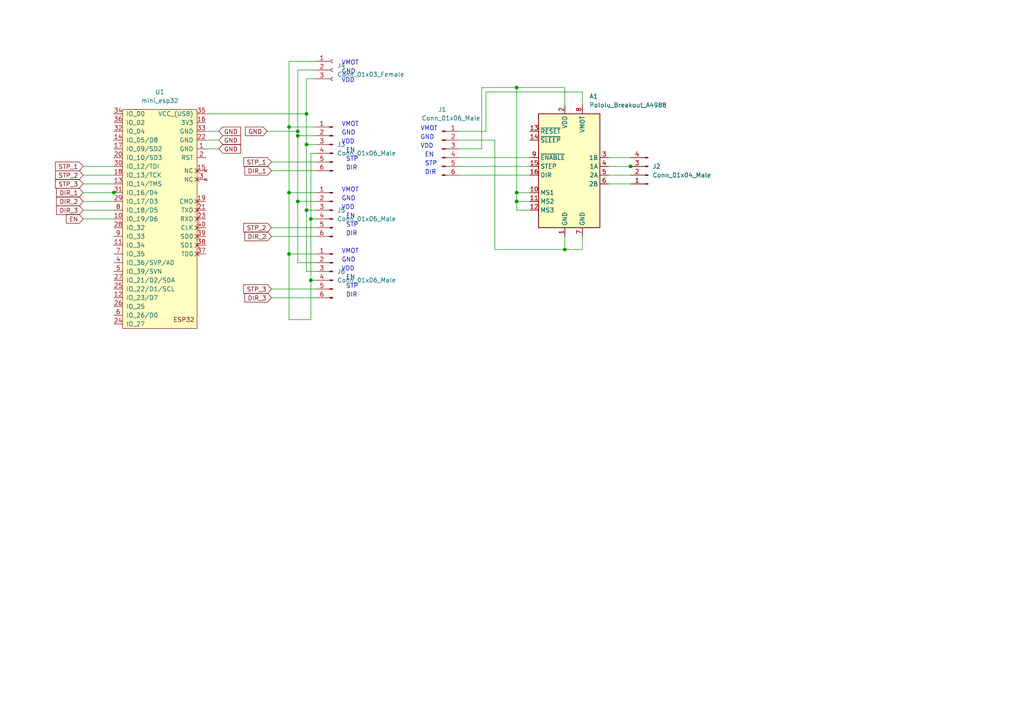
<source format=kicad_sch>
(kicad_sch (version 20211123) (generator eeschema)

  (uuid ec9b6fef-085d-40af-b50d-80b8e4637069)

  (paper "A4")

  (lib_symbols
    (symbol "Connector:Conn_01x03_Female" (pin_names (offset 1.016) hide) (in_bom yes) (on_board yes)
      (property "Reference" "J" (id 0) (at 0 5.08 0)
        (effects (font (size 1.27 1.27)))
      )
      (property "Value" "Conn_01x03_Female" (id 1) (at 0 -5.08 0)
        (effects (font (size 1.27 1.27)))
      )
      (property "Footprint" "" (id 2) (at 0 0 0)
        (effects (font (size 1.27 1.27)) hide)
      )
      (property "Datasheet" "~" (id 3) (at 0 0 0)
        (effects (font (size 1.27 1.27)) hide)
      )
      (property "ki_keywords" "connector" (id 4) (at 0 0 0)
        (effects (font (size 1.27 1.27)) hide)
      )
      (property "ki_description" "Generic connector, single row, 01x03, script generated (kicad-library-utils/schlib/autogen/connector/)" (id 5) (at 0 0 0)
        (effects (font (size 1.27 1.27)) hide)
      )
      (property "ki_fp_filters" "Connector*:*_1x??_*" (id 6) (at 0 0 0)
        (effects (font (size 1.27 1.27)) hide)
      )
      (symbol "Conn_01x03_Female_1_1"
        (arc (start 0 -2.032) (mid -0.508 -2.54) (end 0 -3.048)
          (stroke (width 0.1524) (type default) (color 0 0 0 0))
          (fill (type none))
        )
        (polyline
          (pts
            (xy -1.27 -2.54)
            (xy -0.508 -2.54)
          )
          (stroke (width 0.1524) (type default) (color 0 0 0 0))
          (fill (type none))
        )
        (polyline
          (pts
            (xy -1.27 0)
            (xy -0.508 0)
          )
          (stroke (width 0.1524) (type default) (color 0 0 0 0))
          (fill (type none))
        )
        (polyline
          (pts
            (xy -1.27 2.54)
            (xy -0.508 2.54)
          )
          (stroke (width 0.1524) (type default) (color 0 0 0 0))
          (fill (type none))
        )
        (arc (start 0 0.508) (mid -0.508 0) (end 0 -0.508)
          (stroke (width 0.1524) (type default) (color 0 0 0 0))
          (fill (type none))
        )
        (arc (start 0 3.048) (mid -0.508 2.54) (end 0 2.032)
          (stroke (width 0.1524) (type default) (color 0 0 0 0))
          (fill (type none))
        )
        (pin passive line (at -5.08 2.54 0) (length 3.81)
          (name "Pin_1" (effects (font (size 1.27 1.27))))
          (number "1" (effects (font (size 1.27 1.27))))
        )
        (pin passive line (at -5.08 0 0) (length 3.81)
          (name "Pin_2" (effects (font (size 1.27 1.27))))
          (number "2" (effects (font (size 1.27 1.27))))
        )
        (pin passive line (at -5.08 -2.54 0) (length 3.81)
          (name "Pin_3" (effects (font (size 1.27 1.27))))
          (number "3" (effects (font (size 1.27 1.27))))
        )
      )
    )
    (symbol "Connector:Conn_01x04_Male" (pin_names (offset 1.016) hide) (in_bom yes) (on_board yes)
      (property "Reference" "J" (id 0) (at 0 5.08 0)
        (effects (font (size 1.27 1.27)))
      )
      (property "Value" "Conn_01x04_Male" (id 1) (at 0 -7.62 0)
        (effects (font (size 1.27 1.27)))
      )
      (property "Footprint" "" (id 2) (at 0 0 0)
        (effects (font (size 1.27 1.27)) hide)
      )
      (property "Datasheet" "~" (id 3) (at 0 0 0)
        (effects (font (size 1.27 1.27)) hide)
      )
      (property "ki_keywords" "connector" (id 4) (at 0 0 0)
        (effects (font (size 1.27 1.27)) hide)
      )
      (property "ki_description" "Generic connector, single row, 01x04, script generated (kicad-library-utils/schlib/autogen/connector/)" (id 5) (at 0 0 0)
        (effects (font (size 1.27 1.27)) hide)
      )
      (property "ki_fp_filters" "Connector*:*_1x??_*" (id 6) (at 0 0 0)
        (effects (font (size 1.27 1.27)) hide)
      )
      (symbol "Conn_01x04_Male_1_1"
        (polyline
          (pts
            (xy 1.27 -5.08)
            (xy 0.8636 -5.08)
          )
          (stroke (width 0.1524) (type default) (color 0 0 0 0))
          (fill (type none))
        )
        (polyline
          (pts
            (xy 1.27 -2.54)
            (xy 0.8636 -2.54)
          )
          (stroke (width 0.1524) (type default) (color 0 0 0 0))
          (fill (type none))
        )
        (polyline
          (pts
            (xy 1.27 0)
            (xy 0.8636 0)
          )
          (stroke (width 0.1524) (type default) (color 0 0 0 0))
          (fill (type none))
        )
        (polyline
          (pts
            (xy 1.27 2.54)
            (xy 0.8636 2.54)
          )
          (stroke (width 0.1524) (type default) (color 0 0 0 0))
          (fill (type none))
        )
        (rectangle (start 0.8636 -4.953) (end 0 -5.207)
          (stroke (width 0.1524) (type default) (color 0 0 0 0))
          (fill (type outline))
        )
        (rectangle (start 0.8636 -2.413) (end 0 -2.667)
          (stroke (width 0.1524) (type default) (color 0 0 0 0))
          (fill (type outline))
        )
        (rectangle (start 0.8636 0.127) (end 0 -0.127)
          (stroke (width 0.1524) (type default) (color 0 0 0 0))
          (fill (type outline))
        )
        (rectangle (start 0.8636 2.667) (end 0 2.413)
          (stroke (width 0.1524) (type default) (color 0 0 0 0))
          (fill (type outline))
        )
        (pin passive line (at 5.08 2.54 180) (length 3.81)
          (name "Pin_1" (effects (font (size 1.27 1.27))))
          (number "1" (effects (font (size 1.27 1.27))))
        )
        (pin passive line (at 5.08 0 180) (length 3.81)
          (name "Pin_2" (effects (font (size 1.27 1.27))))
          (number "2" (effects (font (size 1.27 1.27))))
        )
        (pin passive line (at 5.08 -2.54 180) (length 3.81)
          (name "Pin_3" (effects (font (size 1.27 1.27))))
          (number "3" (effects (font (size 1.27 1.27))))
        )
        (pin passive line (at 5.08 -5.08 180) (length 3.81)
          (name "Pin_4" (effects (font (size 1.27 1.27))))
          (number "4" (effects (font (size 1.27 1.27))))
        )
      )
    )
    (symbol "Connector:Conn_01x06_Male" (pin_names (offset 1.016) hide) (in_bom yes) (on_board yes)
      (property "Reference" "J" (id 0) (at 0 7.62 0)
        (effects (font (size 1.27 1.27)))
      )
      (property "Value" "Conn_01x06_Male" (id 1) (at 0 -10.16 0)
        (effects (font (size 1.27 1.27)))
      )
      (property "Footprint" "" (id 2) (at 0 0 0)
        (effects (font (size 1.27 1.27)) hide)
      )
      (property "Datasheet" "~" (id 3) (at 0 0 0)
        (effects (font (size 1.27 1.27)) hide)
      )
      (property "ki_keywords" "connector" (id 4) (at 0 0 0)
        (effects (font (size 1.27 1.27)) hide)
      )
      (property "ki_description" "Generic connector, single row, 01x06, script generated (kicad-library-utils/schlib/autogen/connector/)" (id 5) (at 0 0 0)
        (effects (font (size 1.27 1.27)) hide)
      )
      (property "ki_fp_filters" "Connector*:*_1x??_*" (id 6) (at 0 0 0)
        (effects (font (size 1.27 1.27)) hide)
      )
      (symbol "Conn_01x06_Male_1_1"
        (polyline
          (pts
            (xy 1.27 -7.62)
            (xy 0.8636 -7.62)
          )
          (stroke (width 0.1524) (type default) (color 0 0 0 0))
          (fill (type none))
        )
        (polyline
          (pts
            (xy 1.27 -5.08)
            (xy 0.8636 -5.08)
          )
          (stroke (width 0.1524) (type default) (color 0 0 0 0))
          (fill (type none))
        )
        (polyline
          (pts
            (xy 1.27 -2.54)
            (xy 0.8636 -2.54)
          )
          (stroke (width 0.1524) (type default) (color 0 0 0 0))
          (fill (type none))
        )
        (polyline
          (pts
            (xy 1.27 0)
            (xy 0.8636 0)
          )
          (stroke (width 0.1524) (type default) (color 0 0 0 0))
          (fill (type none))
        )
        (polyline
          (pts
            (xy 1.27 2.54)
            (xy 0.8636 2.54)
          )
          (stroke (width 0.1524) (type default) (color 0 0 0 0))
          (fill (type none))
        )
        (polyline
          (pts
            (xy 1.27 5.08)
            (xy 0.8636 5.08)
          )
          (stroke (width 0.1524) (type default) (color 0 0 0 0))
          (fill (type none))
        )
        (rectangle (start 0.8636 -7.493) (end 0 -7.747)
          (stroke (width 0.1524) (type default) (color 0 0 0 0))
          (fill (type outline))
        )
        (rectangle (start 0.8636 -4.953) (end 0 -5.207)
          (stroke (width 0.1524) (type default) (color 0 0 0 0))
          (fill (type outline))
        )
        (rectangle (start 0.8636 -2.413) (end 0 -2.667)
          (stroke (width 0.1524) (type default) (color 0 0 0 0))
          (fill (type outline))
        )
        (rectangle (start 0.8636 0.127) (end 0 -0.127)
          (stroke (width 0.1524) (type default) (color 0 0 0 0))
          (fill (type outline))
        )
        (rectangle (start 0.8636 2.667) (end 0 2.413)
          (stroke (width 0.1524) (type default) (color 0 0 0 0))
          (fill (type outline))
        )
        (rectangle (start 0.8636 5.207) (end 0 4.953)
          (stroke (width 0.1524) (type default) (color 0 0 0 0))
          (fill (type outline))
        )
        (pin passive line (at 5.08 5.08 180) (length 3.81)
          (name "Pin_1" (effects (font (size 1.27 1.27))))
          (number "1" (effects (font (size 1.27 1.27))))
        )
        (pin passive line (at 5.08 2.54 180) (length 3.81)
          (name "Pin_2" (effects (font (size 1.27 1.27))))
          (number "2" (effects (font (size 1.27 1.27))))
        )
        (pin passive line (at 5.08 0 180) (length 3.81)
          (name "Pin_3" (effects (font (size 1.27 1.27))))
          (number "3" (effects (font (size 1.27 1.27))))
        )
        (pin passive line (at 5.08 -2.54 180) (length 3.81)
          (name "Pin_4" (effects (font (size 1.27 1.27))))
          (number "4" (effects (font (size 1.27 1.27))))
        )
        (pin passive line (at 5.08 -5.08 180) (length 3.81)
          (name "Pin_5" (effects (font (size 1.27 1.27))))
          (number "5" (effects (font (size 1.27 1.27))))
        )
        (pin passive line (at 5.08 -7.62 180) (length 3.81)
          (name "Pin_6" (effects (font (size 1.27 1.27))))
          (number "6" (effects (font (size 1.27 1.27))))
        )
      )
    )
    (symbol "Driver_Motor:Pololu_Breakout_A4988" (in_bom yes) (on_board yes)
      (property "Reference" "A" (id 0) (at -2.54 19.05 0)
        (effects (font (size 1.27 1.27)) (justify right))
      )
      (property "Value" "Pololu_Breakout_A4988" (id 1) (at -2.54 16.51 0)
        (effects (font (size 1.27 1.27)) (justify right))
      )
      (property "Footprint" "Module:Pololu_Breakout-16_15.2x20.3mm" (id 2) (at 6.985 -19.05 0)
        (effects (font (size 1.27 1.27)) (justify left) hide)
      )
      (property "Datasheet" "https://www.pololu.com/product/2980/pictures" (id 3) (at 2.54 -7.62 0)
        (effects (font (size 1.27 1.27)) hide)
      )
      (property "ki_keywords" "Pololu Breakout Board Stepper Driver A4988" (id 4) (at 0 0 0)
        (effects (font (size 1.27 1.27)) hide)
      )
      (property "ki_description" "Pololu Breakout Board, Stepper Driver A4988" (id 5) (at 0 0 0)
        (effects (font (size 1.27 1.27)) hide)
      )
      (property "ki_fp_filters" "Pololu*Breakout*15.2x20.3mm*" (id 6) (at 0 0 0)
        (effects (font (size 1.27 1.27)) hide)
      )
      (symbol "Pololu_Breakout_A4988_0_1"
        (rectangle (start 10.16 -17.78) (end -7.62 15.24)
          (stroke (width 0.254) (type default) (color 0 0 0 0))
          (fill (type background))
        )
      )
      (symbol "Pololu_Breakout_A4988_1_1"
        (pin power_in line (at 0 -20.32 90) (length 2.54)
          (name "GND" (effects (font (size 1.27 1.27))))
          (number "1" (effects (font (size 1.27 1.27))))
        )
        (pin input line (at -10.16 -7.62 0) (length 2.54)
          (name "MS1" (effects (font (size 1.27 1.27))))
          (number "10" (effects (font (size 1.27 1.27))))
        )
        (pin input line (at -10.16 -10.16 0) (length 2.54)
          (name "MS2" (effects (font (size 1.27 1.27))))
          (number "11" (effects (font (size 1.27 1.27))))
        )
        (pin input line (at -10.16 -12.7 0) (length 2.54)
          (name "MS3" (effects (font (size 1.27 1.27))))
          (number "12" (effects (font (size 1.27 1.27))))
        )
        (pin input line (at -10.16 10.16 0) (length 2.54)
          (name "~{RESET}" (effects (font (size 1.27 1.27))))
          (number "13" (effects (font (size 1.27 1.27))))
        )
        (pin input line (at -10.16 7.62 0) (length 2.54)
          (name "~{SLEEP}" (effects (font (size 1.27 1.27))))
          (number "14" (effects (font (size 1.27 1.27))))
        )
        (pin input line (at -10.16 0 0) (length 2.54)
          (name "STEP" (effects (font (size 1.27 1.27))))
          (number "15" (effects (font (size 1.27 1.27))))
        )
        (pin input line (at -10.16 -2.54 0) (length 2.54)
          (name "DIR" (effects (font (size 1.27 1.27))))
          (number "16" (effects (font (size 1.27 1.27))))
        )
        (pin power_in line (at 0 17.78 270) (length 2.54)
          (name "VDD" (effects (font (size 1.27 1.27))))
          (number "2" (effects (font (size 1.27 1.27))))
        )
        (pin output line (at 12.7 2.54 180) (length 2.54)
          (name "1B" (effects (font (size 1.27 1.27))))
          (number "3" (effects (font (size 1.27 1.27))))
        )
        (pin output line (at 12.7 0 180) (length 2.54)
          (name "1A" (effects (font (size 1.27 1.27))))
          (number "4" (effects (font (size 1.27 1.27))))
        )
        (pin output line (at 12.7 -2.54 180) (length 2.54)
          (name "2A" (effects (font (size 1.27 1.27))))
          (number "5" (effects (font (size 1.27 1.27))))
        )
        (pin output line (at 12.7 -5.08 180) (length 2.54)
          (name "2B" (effects (font (size 1.27 1.27))))
          (number "6" (effects (font (size 1.27 1.27))))
        )
        (pin power_in line (at 5.08 -20.32 90) (length 2.54)
          (name "GND" (effects (font (size 1.27 1.27))))
          (number "7" (effects (font (size 1.27 1.27))))
        )
        (pin power_in line (at 5.08 17.78 270) (length 2.54)
          (name "VMOT" (effects (font (size 1.27 1.27))))
          (number "8" (effects (font (size 1.27 1.27))))
        )
        (pin input line (at -10.16 2.54 0) (length 2.54)
          (name "~{ENABLE}" (effects (font (size 1.27 1.27))))
          (number "9" (effects (font (size 1.27 1.27))))
        )
      )
    )
    (symbol "ESP32_mini:mini_esp32" (pin_names (offset 1.016)) (in_bom yes) (on_board yes)
      (property "Reference" "U" (id 0) (at -7.62 -50.8 0)
        (effects (font (size 1.27 1.27)))
      )
      (property "Value" "mini_esp32" (id 1) (at 5.08 -59.69 0)
        (effects (font (size 1.27 1.27)))
      )
      (property "Footprint" "" (id 2) (at 3.81 2.54 0)
        (effects (font (size 1.27 1.27)) hide)
      )
      (property "Datasheet" "" (id 3) (at 3.81 2.54 0)
        (effects (font (size 1.27 1.27)) hide)
      )
      (symbol "mini_esp32_0_0"
        (text "ESP32" (at 7.62 -62.23 0)
          (effects (font (size 1.27 1.27)))
        )
        (pin power_in line (at 13.97 -12.7 180) (length 2.54)
          (name "GND" (effects (font (size 1.27 1.27))))
          (number "1" (effects (font (size 1.27 1.27))))
        )
        (pin input line (at 13.97 -15.24 180) (length 2.54)
          (name "RST" (effects (font (size 1.27 1.27))))
          (number "2" (effects (font (size 1.27 1.27))))
        )
        (pin no_connect non_logic (at 13.97 -21.59 180) (length 2.54)
          (name "NC" (effects (font (size 1.27 1.27))))
          (number "3" (effects (font (size 1.27 1.27))))
        )
        (pin bidirectional line (at -12.7 -45.72 0) (length 2.54)
          (name "IO_36/SVP/A0" (effects (font (size 1.27 1.27))))
          (number "4" (effects (font (size 1.27 1.27))))
        )
        (pin bidirectional line (at -12.7 -48.26 0) (length 2.54)
          (name "IO_39/SVN" (effects (font (size 1.27 1.27))))
          (number "5" (effects (font (size 1.27 1.27))))
        )
      )
      (symbol "mini_esp32_0_1"
        (rectangle (start -10.16 -1.27) (end 11.43 -64.77)
          (stroke (width 0) (type default) (color 0 0 0 0))
          (fill (type background))
        )
      )
      (symbol "mini_esp32_1_1"
        (pin bidirectional line (at -12.7 -33.02 0) (length 2.54)
          (name "IO_19/D6" (effects (font (size 1.27 1.27))))
          (number "10" (effects (font (size 1.27 1.27))))
        )
        (pin bidirectional line (at -12.7 -40.64 0) (length 2.54)
          (name "IO_34" (effects (font (size 1.27 1.27))))
          (number "11" (effects (font (size 1.27 1.27))))
        )
        (pin bidirectional line (at -12.7 -55.88 0) (length 2.54)
          (name "IO_23/D7" (effects (font (size 1.27 1.27))))
          (number "12" (effects (font (size 1.27 1.27))))
        )
        (pin bidirectional line (at -12.7 -22.86 0) (length 2.54)
          (name "IO_14/TMS" (effects (font (size 1.27 1.27))))
          (number "13" (effects (font (size 1.27 1.27))))
        )
        (pin bidirectional line (at -12.7 -10.16 0) (length 2.54)
          (name "IO_05/D8" (effects (font (size 1.27 1.27))))
          (number "14" (effects (font (size 1.27 1.27))))
        )
        (pin no_connect non_logic (at 13.97 -19.05 180) (length 2.54)
          (name "NC" (effects (font (size 1.27 1.27))))
          (number "15" (effects (font (size 1.27 1.27))))
        )
        (pin power_in line (at 13.97 -5.08 180) (length 2.54)
          (name "3V3" (effects (font (size 1.27 1.27))))
          (number "16" (effects (font (size 1.27 1.27))))
        )
        (pin bidirectional line (at -12.7 -12.7 0) (length 2.54)
          (name "IO_09/SD2" (effects (font (size 1.27 1.27))))
          (number "17" (effects (font (size 1.27 1.27))))
        )
        (pin bidirectional line (at -12.7 -20.32 0) (length 2.54)
          (name "IO_13/TCK" (effects (font (size 1.27 1.27))))
          (number "18" (effects (font (size 1.27 1.27))))
        )
        (pin passive non_logic (at 13.97 -27.94 180) (length 2.54)
          (name "CMD" (effects (font (size 1.27 1.27))))
          (number "19" (effects (font (size 1.27 1.27))))
        )
        (pin bidirectional line (at -12.7 -15.24 0) (length 2.54)
          (name "IO_10/SD3" (effects (font (size 1.27 1.27))))
          (number "20" (effects (font (size 1.27 1.27))))
        )
        (pin passive non_logic (at 13.97 -30.48 180) (length 2.54)
          (name "TXD" (effects (font (size 1.27 1.27))))
          (number "21" (effects (font (size 1.27 1.27))))
        )
        (pin power_in line (at 13.97 -10.16 180) (length 2.54)
          (name "GND" (effects (font (size 1.27 1.27))))
          (number "22" (effects (font (size 1.27 1.27))))
        )
        (pin passive non_logic (at 13.97 -33.02 180) (length 2.54)
          (name "RXD" (effects (font (size 1.27 1.27))))
          (number "23" (effects (font (size 1.27 1.27))))
        )
        (pin bidirectional line (at -12.7 -63.5 0) (length 2.54)
          (name "IO_27" (effects (font (size 1.27 1.27))))
          (number "24" (effects (font (size 1.27 1.27))))
        )
        (pin bidirectional line (at -12.7 -53.34 0) (length 2.54)
          (name "IO_22/D1/SCL" (effects (font (size 1.27 1.27))))
          (number "25" (effects (font (size 1.27 1.27))))
        )
        (pin bidirectional line (at -12.7 -58.42 0) (length 2.54)
          (name "IO_25" (effects (font (size 1.27 1.27))))
          (number "26" (effects (font (size 1.27 1.27))))
        )
        (pin bidirectional line (at -12.7 -50.8 0) (length 2.54)
          (name "IO_21/D2/SDA" (effects (font (size 1.27 1.27))))
          (number "27" (effects (font (size 1.27 1.27))))
        )
        (pin bidirectional line (at -12.7 -35.56 0) (length 2.54)
          (name "IO_32" (effects (font (size 1.27 1.27))))
          (number "28" (effects (font (size 1.27 1.27))))
        )
        (pin bidirectional line (at -12.7 -27.94 0) (length 2.54)
          (name "IO_17/D3" (effects (font (size 1.27 1.27))))
          (number "29" (effects (font (size 1.27 1.27))))
        )
        (pin bidirectional line (at -12.7 -17.78 0) (length 2.54)
          (name "IO_12/TDI" (effects (font (size 1.27 1.27))))
          (number "30" (effects (font (size 1.27 1.27))))
        )
        (pin bidirectional line (at -12.7 -25.4 0) (length 2.54)
          (name "IO_16/D4" (effects (font (size 1.27 1.27))))
          (number "31" (effects (font (size 1.27 1.27))))
        )
        (pin bidirectional line (at -12.7 -7.62 0) (length 2.54)
          (name "IO_04" (effects (font (size 1.27 1.27))))
          (number "32" (effects (font (size 1.27 1.27))))
        )
        (pin power_in line (at 13.97 -7.62 180) (length 2.54)
          (name "GND" (effects (font (size 1.27 1.27))))
          (number "33" (effects (font (size 1.27 1.27))))
        )
        (pin bidirectional line (at -12.7 -2.54 0) (length 2.54)
          (name "IO_00" (effects (font (size 1.27 1.27))))
          (number "34" (effects (font (size 1.27 1.27))))
        )
        (pin power_in line (at 13.97 -2.54 180) (length 2.54)
          (name "VCC_(USB)" (effects (font (size 1.27 1.27))))
          (number "35" (effects (font (size 1.27 1.27))))
        )
        (pin bidirectional line (at -12.7 -5.08 0) (length 2.54)
          (name "IO_02" (effects (font (size 1.27 1.27))))
          (number "36" (effects (font (size 1.27 1.27))))
        )
        (pin passive non_logic (at 13.97 -43.18 180) (length 2.54)
          (name "TD0" (effects (font (size 1.27 1.27))))
          (number "37" (effects (font (size 1.27 1.27))))
        )
        (pin passive non_logic (at 13.97 -40.64 180) (length 2.54)
          (name "SD1" (effects (font (size 1.27 1.27))))
          (number "38" (effects (font (size 1.27 1.27))))
        )
        (pin passive non_logic (at 13.97 -38.1 180) (length 2.54)
          (name "SD0" (effects (font (size 1.27 1.27))))
          (number "39" (effects (font (size 1.27 1.27))))
        )
        (pin passive non_logic (at 13.97 -35.56 180) (length 2.54)
          (name "CLK" (effects (font (size 1.27 1.27))))
          (number "40" (effects (font (size 1.27 1.27))))
        )
        (pin bidirectional line (at -12.7 -60.96 0) (length 2.54)
          (name "IO_26/D0" (effects (font (size 1.27 1.27))))
          (number "6" (effects (font (size 1.27 1.27))))
        )
        (pin bidirectional line (at -12.7 -43.18 0) (length 2.54)
          (name "IO_35" (effects (font (size 1.27 1.27))))
          (number "7" (effects (font (size 1.27 1.27))))
        )
        (pin bidirectional line (at -12.7 -30.48 0) (length 2.54)
          (name "IO_18/D5" (effects (font (size 1.27 1.27))))
          (number "8" (effects (font (size 1.27 1.27))))
        )
        (pin bidirectional line (at -12.7 -38.1 0) (length 2.54)
          (name "IO_33" (effects (font (size 1.27 1.27))))
          (number "9" (effects (font (size 1.27 1.27))))
        )
      )
    )
  )

  (junction (at 88.9 60.96) (diameter 0) (color 0 0 0 0)
    (uuid 072d1212-3a54-407d-991a-ee3f3f249fb7)
  )
  (junction (at 90.17 63.5) (diameter 0) (color 0 0 0 0)
    (uuid 0d60e204-d9fa-4e28-bcbd-6cf47f76d629)
  )
  (junction (at 83.82 73.66) (diameter 0) (color 0 0 0 0)
    (uuid 16cb88f9-5e07-42fe-b0a2-9e70a2f196b8)
  )
  (junction (at 86.36 39.37) (diameter 0) (color 0 0 0 0)
    (uuid 1bc7526b-f612-4cc2-bb92-560db3c716ba)
  )
  (junction (at 86.36 38.1) (diameter 0) (color 0 0 0 0)
    (uuid 32f1c4f0-bea1-494c-a22f-582552c51767)
  )
  (junction (at 182.88 48.26) (diameter 0) (color 0 0 0 0)
    (uuid 33b00c2f-c4cb-497d-b7cb-e329687994e5)
  )
  (junction (at 88.9 41.91) (diameter 0) (color 0 0 0 0)
    (uuid 411cf802-5e15-4d5d-a8ff-1d25895f77c3)
  )
  (junction (at 83.82 36.83) (diameter 0) (color 0 0 0 0)
    (uuid 66c5bbaf-9236-4a54-a57a-f2affe6f3e65)
  )
  (junction (at 88.9 33.02) (diameter 0) (color 0 0 0 0)
    (uuid 7bd8bd1f-126a-4c8a-ac10-ac30c753591b)
  )
  (junction (at 163.83 72.39) (diameter 0) (color 0 0 0 0)
    (uuid 7d4cc9bb-f296-4cd6-bc1b-7f2311b06c35)
  )
  (junction (at 90.17 81.28) (diameter 0) (color 0 0 0 0)
    (uuid b476715f-cc57-4130-a5cd-755f3641ef0b)
  )
  (junction (at 149.86 58.42) (diameter 0) (color 0 0 0 0)
    (uuid cd08e01f-9f48-4dca-ab75-0432e8615b78)
  )
  (junction (at 86.36 58.42) (diameter 0) (color 0 0 0 0)
    (uuid e86549b6-0a26-429a-ade3-ce35236ca0bc)
  )
  (junction (at 33.02 55.88) (diameter 0) (color 0 0 0 0)
    (uuid ee7f979d-61bd-423b-aa49-728b238359d5)
  )
  (junction (at 83.82 55.88) (diameter 0) (color 0 0 0 0)
    (uuid fd43ca29-aada-4b4f-bfc6-7b1341c5ff9b)
  )
  (junction (at 149.86 25.4) (diameter 0) (color 0 0 0 0)
    (uuid fea3e529-b745-4526-9774-d3bd58014094)
  )
  (junction (at 149.86 55.88) (diameter 0) (color 0 0 0 0)
    (uuid ff45978d-189b-46c4-ae0c-e088ba006e97)
  )

  (wire (pts (xy 86.36 20.32) (xy 86.36 38.1))
    (stroke (width 0) (type default) (color 0 0 0 0))
    (uuid 02761a18-d102-4152-8306-17f30b4ea4bf)
  )
  (wire (pts (xy 91.44 76.2) (xy 86.36 76.2))
    (stroke (width 0) (type default) (color 0 0 0 0))
    (uuid 0488f0ac-7795-468d-8ff7-2855d77a1ce0)
  )
  (wire (pts (xy 149.86 55.88) (xy 153.67 55.88))
    (stroke (width 0) (type default) (color 0 0 0 0))
    (uuid 09596797-d166-4d72-9c16-82e3511c0545)
  )
  (wire (pts (xy 153.67 50.8) (xy 133.35 50.8))
    (stroke (width 0) (type default) (color 0 0 0 0))
    (uuid 0ca09101-3362-4716-9f71-acf8afbfbb57)
  )
  (wire (pts (xy 24.13 48.26) (xy 33.02 48.26))
    (stroke (width 0) (type default) (color 0 0 0 0))
    (uuid 0d0fb78e-39bc-45d0-bc9a-5a29a61ceb88)
  )
  (wire (pts (xy 24.13 60.96) (xy 33.02 60.96))
    (stroke (width 0) (type default) (color 0 0 0 0))
    (uuid 0f4b0d53-ac83-4f5d-807f-18ded6e8a592)
  )
  (wire (pts (xy 168.91 68.58) (xy 168.91 72.39))
    (stroke (width 0) (type default) (color 0 0 0 0))
    (uuid 118a4aff-5809-464e-b305-e23b09d11d71)
  )
  (wire (pts (xy 91.44 20.32) (xy 86.36 20.32))
    (stroke (width 0) (type default) (color 0 0 0 0))
    (uuid 11c936ec-bfaa-4303-a86d-18ceb28ff980)
  )
  (wire (pts (xy 139.7 25.4) (xy 139.7 43.18))
    (stroke (width 0) (type default) (color 0 0 0 0))
    (uuid 16cd376e-04a4-4b12-96c6-12227136e9f2)
  )
  (wire (pts (xy 78.74 46.99) (xy 91.44 46.99))
    (stroke (width 0) (type default) (color 0 0 0 0))
    (uuid 1b793894-2bb6-4406-b9ff-16165a9bc891)
  )
  (wire (pts (xy 24.13 53.34) (xy 33.02 53.34))
    (stroke (width 0) (type default) (color 0 0 0 0))
    (uuid 2389da1d-fad7-400f-a0c1-55b3861000e8)
  )
  (wire (pts (xy 77.47 38.1) (xy 86.36 38.1))
    (stroke (width 0) (type default) (color 0 0 0 0))
    (uuid 23b9731b-beda-4cd4-8d71-55fa9cc2eff7)
  )
  (wire (pts (xy 91.44 55.88) (xy 83.82 55.88))
    (stroke (width 0) (type default) (color 0 0 0 0))
    (uuid 25d80349-a50a-4c1f-b1ad-a3dd6bfedc36)
  )
  (wire (pts (xy 88.9 78.74) (xy 88.9 60.96))
    (stroke (width 0) (type default) (color 0 0 0 0))
    (uuid 2a61d90b-6fc6-46c0-971b-3165a59e2ae2)
  )
  (wire (pts (xy 149.86 58.42) (xy 153.67 58.42))
    (stroke (width 0) (type default) (color 0 0 0 0))
    (uuid 2c62a074-6a6a-4f6b-a462-ccb8910751bd)
  )
  (wire (pts (xy 78.74 66.04) (xy 91.44 66.04))
    (stroke (width 0) (type default) (color 0 0 0 0))
    (uuid 34c97622-3dff-4a40-804c-1e6c909e3285)
  )
  (wire (pts (xy 59.69 38.1) (xy 63.5 38.1))
    (stroke (width 0) (type default) (color 0 0 0 0))
    (uuid 38d501c8-61c1-40a4-a96f-15dd6c51ff1b)
  )
  (wire (pts (xy 24.13 63.5) (xy 33.02 63.5))
    (stroke (width 0) (type default) (color 0 0 0 0))
    (uuid 39b2affc-c8f9-47ea-bdb1-75e277d484cc)
  )
  (wire (pts (xy 24.13 50.8) (xy 33.02 50.8))
    (stroke (width 0) (type default) (color 0 0 0 0))
    (uuid 43252fe1-1a1c-43fd-8f9a-63360f71d7c3)
  )
  (wire (pts (xy 149.86 25.4) (xy 149.86 55.88))
    (stroke (width 0) (type default) (color 0 0 0 0))
    (uuid 454aecc4-9377-47d6-95dc-e652eac5bcbe)
  )
  (wire (pts (xy 168.91 30.48) (xy 168.91 26.67))
    (stroke (width 0) (type default) (color 0 0 0 0))
    (uuid 4a19feaf-293e-45f4-8592-93d51bca12ad)
  )
  (wire (pts (xy 176.53 50.8) (xy 182.88 50.8))
    (stroke (width 0) (type default) (color 0 0 0 0))
    (uuid 56cc647b-af95-4cd3-af3a-b241255fe262)
  )
  (wire (pts (xy 83.82 17.78) (xy 83.82 36.83))
    (stroke (width 0) (type default) (color 0 0 0 0))
    (uuid 56ece04a-740f-4d28-9ae9-f11e2c773cdc)
  )
  (wire (pts (xy 182.88 48.26) (xy 184.15 48.26))
    (stroke (width 0) (type default) (color 0 0 0 0))
    (uuid 580e15fe-38e1-421e-a094-3c449ce4e73e)
  )
  (wire (pts (xy 88.9 22.86) (xy 88.9 33.02))
    (stroke (width 0) (type default) (color 0 0 0 0))
    (uuid 5f767106-4d62-4f24-aa2d-b9dd5c1a0497)
  )
  (wire (pts (xy 153.67 60.96) (xy 149.86 60.96))
    (stroke (width 0) (type default) (color 0 0 0 0))
    (uuid 64cbb22d-811f-43c6-8392-d57a9fab72c3)
  )
  (wire (pts (xy 90.17 63.5) (xy 91.44 63.5))
    (stroke (width 0) (type default) (color 0 0 0 0))
    (uuid 657ab044-fb2e-48de-b855-5e53c0a83df4)
  )
  (wire (pts (xy 88.9 33.02) (xy 88.9 41.91))
    (stroke (width 0) (type default) (color 0 0 0 0))
    (uuid 666348b0-43b7-4f66-8112-c51700e85197)
  )
  (wire (pts (xy 24.13 58.42) (xy 33.02 58.42))
    (stroke (width 0) (type default) (color 0 0 0 0))
    (uuid 69bd8d91-be28-4261-a8a5-80efdf230711)
  )
  (wire (pts (xy 78.74 68.58) (xy 91.44 68.58))
    (stroke (width 0) (type default) (color 0 0 0 0))
    (uuid 6c9bcea6-e4e7-44a5-81a8-aa2a97b5b204)
  )
  (wire (pts (xy 91.44 73.66) (xy 83.82 73.66))
    (stroke (width 0) (type default) (color 0 0 0 0))
    (uuid 6ca21a62-b976-40c2-8d81-a971a823c5a8)
  )
  (wire (pts (xy 83.82 92.71) (xy 83.82 73.66))
    (stroke (width 0) (type default) (color 0 0 0 0))
    (uuid 6ea4cbdf-2bf7-4e6b-894e-9acdb4a77163)
  )
  (wire (pts (xy 90.17 44.45) (xy 90.17 63.5))
    (stroke (width 0) (type default) (color 0 0 0 0))
    (uuid 6eedc6ea-6899-4ec9-9b61-3a3a1ca179d1)
  )
  (wire (pts (xy 163.83 25.4) (xy 163.83 30.48))
    (stroke (width 0) (type default) (color 0 0 0 0))
    (uuid 718f451e-3277-4f03-a9b6-38427b2df2e7)
  )
  (wire (pts (xy 143.51 40.64) (xy 143.51 72.39))
    (stroke (width 0) (type default) (color 0 0 0 0))
    (uuid 729810a7-6732-4e0e-95ed-2ddaaf363f49)
  )
  (wire (pts (xy 78.74 86.36) (xy 91.44 86.36))
    (stroke (width 0) (type default) (color 0 0 0 0))
    (uuid 74dfc4c3-f8ff-44ac-a8ef-139709ae52ba)
  )
  (wire (pts (xy 78.74 49.53) (xy 91.44 49.53))
    (stroke (width 0) (type default) (color 0 0 0 0))
    (uuid 75331db1-8379-4f5b-9552-46378f467d39)
  )
  (wire (pts (xy 168.91 72.39) (xy 163.83 72.39))
    (stroke (width 0) (type default) (color 0 0 0 0))
    (uuid 7691886c-5c7a-4456-a796-16dd55b84c70)
  )
  (wire (pts (xy 133.35 48.26) (xy 153.67 48.26))
    (stroke (width 0) (type default) (color 0 0 0 0))
    (uuid 76bf2261-679b-429f-a83b-1503b628c1b6)
  )
  (wire (pts (xy 149.86 25.4) (xy 163.83 25.4))
    (stroke (width 0) (type default) (color 0 0 0 0))
    (uuid 770d0a59-6c74-4873-9b67-7f84cea24f4d)
  )
  (wire (pts (xy 133.35 45.72) (xy 153.67 45.72))
    (stroke (width 0) (type default) (color 0 0 0 0))
    (uuid 773b116b-0508-4c02-acaf-4ad32bf5e9b1)
  )
  (wire (pts (xy 91.44 81.28) (xy 90.17 81.28))
    (stroke (width 0) (type default) (color 0 0 0 0))
    (uuid 7b58095e-a15d-4dfa-84dd-8016b1b00b36)
  )
  (wire (pts (xy 91.44 17.78) (xy 83.82 17.78))
    (stroke (width 0) (type default) (color 0 0 0 0))
    (uuid 7e8f8597-9883-4de9-98c9-45177878a9c4)
  )
  (wire (pts (xy 86.36 76.2) (xy 86.36 58.42))
    (stroke (width 0) (type default) (color 0 0 0 0))
    (uuid 7f8e328d-2864-45ed-9bd6-f0b91a46fac6)
  )
  (wire (pts (xy 78.74 83.82) (xy 91.44 83.82))
    (stroke (width 0) (type default) (color 0 0 0 0))
    (uuid 837b5051-6fc8-434a-9b70-8a9fe01fb1d3)
  )
  (wire (pts (xy 133.35 43.18) (xy 139.7 43.18))
    (stroke (width 0) (type default) (color 0 0 0 0))
    (uuid 83f41c78-6259-4160-a5f8-174ecbc7b2db)
  )
  (wire (pts (xy 91.44 78.74) (xy 88.9 78.74))
    (stroke (width 0) (type default) (color 0 0 0 0))
    (uuid 895a9dda-2e7c-4592-9f2a-969b13f1e4cf)
  )
  (wire (pts (xy 88.9 60.96) (xy 88.9 41.91))
    (stroke (width 0) (type default) (color 0 0 0 0))
    (uuid 8d83b26a-3353-4d9e-bc01-34a855a99418)
  )
  (wire (pts (xy 90.17 92.71) (xy 90.17 81.28))
    (stroke (width 0) (type default) (color 0 0 0 0))
    (uuid 9066d3b9-f852-4ff6-a838-4d641de0e723)
  )
  (wire (pts (xy 143.51 72.39) (xy 163.83 72.39))
    (stroke (width 0) (type default) (color 0 0 0 0))
    (uuid 9180fa3f-4617-4d4e-8bef-de3b3b840912)
  )
  (wire (pts (xy 140.97 26.67) (xy 140.97 38.1))
    (stroke (width 0) (type default) (color 0 0 0 0))
    (uuid 955fd8d3-59b3-4383-8d84-67c28988e72d)
  )
  (wire (pts (xy 83.82 55.88) (xy 83.82 73.66))
    (stroke (width 0) (type default) (color 0 0 0 0))
    (uuid 958ea2ed-1216-4ddd-b206-1bd2b8752801)
  )
  (wire (pts (xy 24.13 55.88) (xy 33.02 55.88))
    (stroke (width 0) (type default) (color 0 0 0 0))
    (uuid 9c2707c7-a973-45a3-893f-de471e6e4552)
  )
  (wire (pts (xy 133.35 40.64) (xy 143.51 40.64))
    (stroke (width 0) (type default) (color 0 0 0 0))
    (uuid 9ef9d527-1e39-4fb9-a454-0693ccb8c486)
  )
  (wire (pts (xy 88.9 41.91) (xy 91.44 41.91))
    (stroke (width 0) (type default) (color 0 0 0 0))
    (uuid 9fd883b0-75aa-4459-b615-812fe32e59bb)
  )
  (wire (pts (xy 59.69 40.64) (xy 63.5 40.64))
    (stroke (width 0) (type default) (color 0 0 0 0))
    (uuid a07d44c3-b5bd-49d9-bdf5-ed162711ed53)
  )
  (wire (pts (xy 59.69 43.18) (xy 63.5 43.18))
    (stroke (width 0) (type default) (color 0 0 0 0))
    (uuid a7dc7535-a270-4303-ac72-d0bdcedea21d)
  )
  (wire (pts (xy 91.44 44.45) (xy 90.17 44.45))
    (stroke (width 0) (type default) (color 0 0 0 0))
    (uuid a96fbb01-7a0b-40e3-8daa-c4ba0000404f)
  )
  (wire (pts (xy 168.91 26.67) (xy 140.97 26.67))
    (stroke (width 0) (type default) (color 0 0 0 0))
    (uuid acdeac37-d0d4-42c8-ad6b-5bb8d481e0b6)
  )
  (wire (pts (xy 176.53 45.72) (xy 182.88 45.72))
    (stroke (width 0) (type default) (color 0 0 0 0))
    (uuid b1505178-62d2-4d69-88ca-4f0742d8c5a2)
  )
  (wire (pts (xy 139.7 25.4) (xy 149.86 25.4))
    (stroke (width 0) (type default) (color 0 0 0 0))
    (uuid b52ec6a2-b836-4883-a98f-1ccca3f927e4)
  )
  (wire (pts (xy 86.36 58.42) (xy 91.44 58.42))
    (stroke (width 0) (type default) (color 0 0 0 0))
    (uuid b5ca0ad5-e1f4-4de5-8781-28a882ff4b1a)
  )
  (wire (pts (xy 163.83 72.39) (xy 163.83 68.58))
    (stroke (width 0) (type default) (color 0 0 0 0))
    (uuid b677ded2-3fdf-472b-a265-c2a3e175c7ee)
  )
  (wire (pts (xy 91.44 22.86) (xy 88.9 22.86))
    (stroke (width 0) (type default) (color 0 0 0 0))
    (uuid b96befdd-b750-4b4f-b6d6-d2136194962e)
  )
  (wire (pts (xy 90.17 63.5) (xy 90.17 81.28))
    (stroke (width 0) (type default) (color 0 0 0 0))
    (uuid bad9eaa2-bf30-48c5-9d69-49975dfd1c80)
  )
  (wire (pts (xy 91.44 39.37) (xy 86.36 39.37))
    (stroke (width 0) (type default) (color 0 0 0 0))
    (uuid bbaa0643-77dc-4cec-8920-1ac47f8ceff7)
  )
  (wire (pts (xy 59.69 33.02) (xy 88.9 33.02))
    (stroke (width 0) (type default) (color 0 0 0 0))
    (uuid bbc7a605-2911-43e8-94bd-ccd1eef0d160)
  )
  (wire (pts (xy 149.86 60.96) (xy 149.86 58.42))
    (stroke (width 0) (type default) (color 0 0 0 0))
    (uuid bc69f448-5530-41ef-a1a6-0b490c9c699f)
  )
  (wire (pts (xy 83.82 92.71) (xy 90.17 92.71))
    (stroke (width 0) (type default) (color 0 0 0 0))
    (uuid c37a1cb2-3b82-4c7b-a894-22becd1cc082)
  )
  (wire (pts (xy 33.02 55.88) (xy 34.29 55.88))
    (stroke (width 0) (type default) (color 0 0 0 0))
    (uuid cab69448-865a-48f3-ac46-320209c92670)
  )
  (wire (pts (xy 83.82 36.83) (xy 91.44 36.83))
    (stroke (width 0) (type default) (color 0 0 0 0))
    (uuid cd859648-99ba-4f5b-b067-0014a56feb4a)
  )
  (wire (pts (xy 140.97 38.1) (xy 133.35 38.1))
    (stroke (width 0) (type default) (color 0 0 0 0))
    (uuid d1c836a0-cd6d-4cac-8581-5edcaa0ea953)
  )
  (wire (pts (xy 83.82 55.88) (xy 83.82 36.83))
    (stroke (width 0) (type default) (color 0 0 0 0))
    (uuid d2d954c6-7aa6-44bc-bd1c-c3a24194cb43)
  )
  (wire (pts (xy 149.86 58.42) (xy 149.86 55.88))
    (stroke (width 0) (type default) (color 0 0 0 0))
    (uuid da302d66-899c-41c6-a20c-bfd74a2f8ac7)
  )
  (wire (pts (xy 86.36 39.37) (xy 86.36 58.42))
    (stroke (width 0) (type default) (color 0 0 0 0))
    (uuid e55b1a50-262b-40c6-a9f1-ce897aac7da5)
  )
  (wire (pts (xy 176.53 48.26) (xy 182.88 48.26))
    (stroke (width 0) (type default) (color 0 0 0 0))
    (uuid ed826926-7925-4e73-8f01-9dd4d714064b)
  )
  (wire (pts (xy 91.44 60.96) (xy 88.9 60.96))
    (stroke (width 0) (type default) (color 0 0 0 0))
    (uuid f6d60407-69d6-47c5-89a9-e9147ed5dd58)
  )
  (wire (pts (xy 176.53 53.34) (xy 182.88 53.34))
    (stroke (width 0) (type default) (color 0 0 0 0))
    (uuid fb93086d-82e1-492e-a51d-24b976296661)
  )
  (wire (pts (xy 86.36 38.1) (xy 86.36 39.37))
    (stroke (width 0) (type default) (color 0 0 0 0))
    (uuid ff6f513a-c8c6-4560-bc3b-aefec0c961b2)
  )

  (text "GND\n" (at 99.06 39.37 0)
    (effects (font (size 1.27 1.27)) (justify left bottom))
    (uuid 2dbf59fc-c1d8-44e6-943a-bafa4360af95)
  )
  (text "VMOT" (at 99.06 36.83 0)
    (effects (font (size 1.27 1.27)) (justify left bottom))
    (uuid 3d26c15f-baa7-463b-bd6e-0776b73be524)
  )
  (text "EN" (at 100.33 81.28 0)
    (effects (font (size 1.27 1.27)) (justify left bottom))
    (uuid 587b3e91-bd2a-41d0-996a-1f035c683c4e)
  )
  (text "EN" (at 100.33 44.45 0)
    (effects (font (size 1.27 1.27)) (justify left bottom))
    (uuid 634fa263-8855-42c6-bb3f-6caa63f76c3d)
  )
  (text "STP" (at 100.33 83.82 0)
    (effects (font (size 1.27 1.27)) (justify left bottom))
    (uuid 666b1985-747d-4aad-8164-85cf141919f7)
  )
  (text "DIR" (at 100.33 49.53 0)
    (effects (font (size 1.27 1.27)) (justify left bottom))
    (uuid 6a4d8022-9617-4729-a348-7b51c1af5e74)
  )
  (text "VMOT" (at 121.92 38.1 0)
    (effects (font (size 1.27 1.27)) (justify left bottom))
    (uuid 6d4e9fb3-ae19-41ff-abd0-af0bf982e259)
  )
  (text "GND\n" (at 99.06 58.42 0)
    (effects (font (size 1.27 1.27)) (justify left bottom))
    (uuid 74181294-937c-4804-bfc8-2af725941b90)
  )
  (text "STP" (at 123.19 48.26 0)
    (effects (font (size 1.27 1.27)) (justify left bottom))
    (uuid 7d310e96-e41d-4ea2-8d4d-93874129b0d5)
  )
  (text "STP" (at 100.33 46.99 0)
    (effects (font (size 1.27 1.27)) (justify left bottom))
    (uuid 7e15753d-3fbc-4a8e-a5de-6fa66a1a5651)
  )
  (text "VMOT" (at 99.06 73.66 0)
    (effects (font (size 1.27 1.27)) (justify left bottom))
    (uuid 86f03833-3b3c-4ce3-8a7d-9c94d518a347)
  )
  (text "VDD" (at 99.06 60.96 0)
    (effects (font (size 1.27 1.27)) (justify left bottom))
    (uuid a7b79468-796d-42b6-8c72-12b9fed72b61)
  )
  (text "EN" (at 100.33 63.5 0)
    (effects (font (size 1.27 1.27)) (justify left bottom))
    (uuid b2f596ee-90e8-432f-ada6-d10c00e70b59)
  )
  (text "VMOT" (at 99.06 19.05 0)
    (effects (font (size 1.27 1.27)) (justify left bottom))
    (uuid b4d8513b-7924-470c-ab65-d48daddc1076)
  )
  (text "STP" (at 100.33 66.04 0)
    (effects (font (size 1.27 1.27)) (justify left bottom))
    (uuid b4e26fc5-067f-4f9d-917f-2646d1093e6f)
  )
  (text "VDD" (at 99.06 41.91 0)
    (effects (font (size 1.27 1.27)) (justify left bottom))
    (uuid bd5d9520-c59c-4972-b8d5-c93f1996b6ae)
  )
  (text "GND\n" (at 121.92 40.64 0)
    (effects (font (size 1.27 1.27)) (justify left bottom))
    (uuid c42a67cd-174a-45c3-9c3b-cce9b0462f11)
  )
  (text "DIR" (at 100.33 86.36 0)
    (effects (font (size 1.27 1.27)) (justify left bottom))
    (uuid ca66decb-1724-4443-9c69-f3513f2c18fe)
  )
  (text "VDD" (at 99.06 78.74 0)
    (effects (font (size 1.27 1.27)) (justify left bottom))
    (uuid cbec7519-310c-42ea-b7cd-9c26c447b111)
  )
  (text "GND\n" (at 99.06 76.2 0)
    (effects (font (size 1.27 1.27)) (justify left bottom))
    (uuid d3e13ce2-3580-406a-8574-90d454d58253)
  )
  (text "VDD" (at 121.92 43.18 0)
    (effects (font (size 1.27 1.27)) (justify left bottom))
    (uuid dd3d6ad3-dea4-4896-80ef-e345599902a1)
  )
  (text "GND\n" (at 99.06 21.59 0)
    (effects (font (size 1.27 1.27)) (justify left bottom))
    (uuid dd8cd2be-bc4b-4433-8e94-fc1c41411fb3)
  )
  (text "VMOT" (at 99.06 55.88 0)
    (effects (font (size 1.27 1.27)) (justify left bottom))
    (uuid dfe538c8-1d2c-4b5f-8a28-ac5a55b8a7c5)
  )
  (text "DIR" (at 123.19 50.8 0)
    (effects (font (size 1.27 1.27)) (justify left bottom))
    (uuid e6c96df8-90b0-4cbf-8a70-dda3bfe59f62)
  )
  (text "VDD" (at 99.06 24.13 0)
    (effects (font (size 1.27 1.27)) (justify left bottom))
    (uuid e7866c3d-8d14-41fd-ad1d-f5e39b494b2a)
  )
  (text "EN" (at 123.19 45.72 0)
    (effects (font (size 1.27 1.27)) (justify left bottom))
    (uuid ee96d9fe-8f70-495f-8470-4cc153837dda)
  )
  (text "DIR" (at 100.33 68.58 0)
    (effects (font (size 1.27 1.27)) (justify left bottom))
    (uuid f679912e-43e1-4d13-81ec-e87ad710cf45)
  )

  (global_label "GND" (shape input) (at 63.5 43.18 0) (fields_autoplaced)
    (effects (font (size 1.27 1.27)) (justify left))
    (uuid 1c62126e-a03d-40cc-a55b-be3afccac630)
    (property "Intersheet References" "${INTERSHEET_REFS}" (id 0) (at 69.7836 43.1006 0)
      (effects (font (size 1.27 1.27)) (justify left) hide)
    )
  )
  (global_label "DIR_3" (shape input) (at 78.74 86.36 180) (fields_autoplaced)
    (effects (font (size 1.27 1.27)) (justify right))
    (uuid 238c11c5-5497-440c-89ea-7961a672579e)
    (property "Intersheet References" "${INTERSHEET_REFS}" (id 0) (at 71.005 86.2806 0)
      (effects (font (size 1.27 1.27)) (justify right) hide)
    )
  )
  (global_label "DIR_1" (shape input) (at 24.13 55.88 180) (fields_autoplaced)
    (effects (font (size 1.27 1.27)) (justify right))
    (uuid 27ebcba0-f094-4e08-91bb-a0234764fc5c)
    (property "Intersheet References" "${INTERSHEET_REFS}" (id 0) (at 16.395 55.8006 0)
      (effects (font (size 1.27 1.27)) (justify right) hide)
    )
  )
  (global_label "STP_3" (shape input) (at 78.74 83.82 180) (fields_autoplaced)
    (effects (font (size 1.27 1.27)) (justify right))
    (uuid 2cc26a31-363e-46d3-b694-7982f4fb064d)
    (property "Intersheet References" "${INTERSHEET_REFS}" (id 0) (at 70.7026 83.7406 0)
      (effects (font (size 1.27 1.27)) (justify right) hide)
    )
  )
  (global_label "DIR_3" (shape input) (at 24.13 60.96 180) (fields_autoplaced)
    (effects (font (size 1.27 1.27)) (justify right))
    (uuid 477d3c40-b32a-4297-9e3c-152d01d9ca3d)
    (property "Intersheet References" "${INTERSHEET_REFS}" (id 0) (at 16.395 60.8806 0)
      (effects (font (size 1.27 1.27)) (justify right) hide)
    )
  )
  (global_label "GND" (shape input) (at 63.5 38.1 0) (fields_autoplaced)
    (effects (font (size 1.27 1.27)) (justify left))
    (uuid 4be3d9a8-7534-4ca0-98cf-585481ce7896)
    (property "Intersheet References" "${INTERSHEET_REFS}" (id 0) (at 69.7836 38.0206 0)
      (effects (font (size 1.27 1.27)) (justify left) hide)
    )
  )
  (global_label "DIR_1" (shape input) (at 78.74 49.53 180) (fields_autoplaced)
    (effects (font (size 1.27 1.27)) (justify right))
    (uuid 55a7b5dc-4d5e-4f1e-97f0-0e35a9fbed17)
    (property "Intersheet References" "${INTERSHEET_REFS}" (id 0) (at 71.005 49.4506 0)
      (effects (font (size 1.27 1.27)) (justify right) hide)
    )
  )
  (global_label "EN" (shape input) (at 24.13 63.5 180) (fields_autoplaced)
    (effects (font (size 1.27 1.27)) (justify right))
    (uuid 5dded979-6c00-4161-aa45-9b5a11f1e1a7)
    (property "Intersheet References" "${INTERSHEET_REFS}" (id 0) (at 19.2374 63.4206 0)
      (effects (font (size 1.27 1.27)) (justify right) hide)
    )
  )
  (global_label "STP_2" (shape input) (at 78.74 66.04 180) (fields_autoplaced)
    (effects (font (size 1.27 1.27)) (justify right))
    (uuid 60e53536-4e08-4bc6-9332-49ea16513c60)
    (property "Intersheet References" "${INTERSHEET_REFS}" (id 0) (at 70.7026 65.9606 0)
      (effects (font (size 1.27 1.27)) (justify right) hide)
    )
  )
  (global_label "GND" (shape input) (at 63.5 40.64 0) (fields_autoplaced)
    (effects (font (size 1.27 1.27)) (justify left))
    (uuid 656ff618-a524-4c15-a003-293531bbe4dc)
    (property "Intersheet References" "${INTERSHEET_REFS}" (id 0) (at 69.7836 40.5606 0)
      (effects (font (size 1.27 1.27)) (justify left) hide)
    )
  )
  (global_label "STP_2" (shape input) (at 24.13 50.8 180) (fields_autoplaced)
    (effects (font (size 1.27 1.27)) (justify right))
    (uuid 6ceaa034-285c-434f-8c49-8f9c6f9cb8d4)
    (property "Intersheet References" "${INTERSHEET_REFS}" (id 0) (at 16.0926 50.7206 0)
      (effects (font (size 1.27 1.27)) (justify right) hide)
    )
  )
  (global_label "DIR_2" (shape input) (at 24.13 58.42 180) (fields_autoplaced)
    (effects (font (size 1.27 1.27)) (justify right))
    (uuid 6d65c729-d606-4e1b-9f89-bc5fdd2e2648)
    (property "Intersheet References" "${INTERSHEET_REFS}" (id 0) (at 16.395 58.3406 0)
      (effects (font (size 1.27 1.27)) (justify right) hide)
    )
  )
  (global_label "DIR_2" (shape input) (at 78.74 68.58 180) (fields_autoplaced)
    (effects (font (size 1.27 1.27)) (justify right))
    (uuid 7ef759b2-43e1-4000-aaf1-3ce63bd50dd7)
    (property "Intersheet References" "${INTERSHEET_REFS}" (id 0) (at 71.005 68.5006 0)
      (effects (font (size 1.27 1.27)) (justify right) hide)
    )
  )
  (global_label "GND" (shape input) (at 77.47 38.1 180) (fields_autoplaced)
    (effects (font (size 1.27 1.27)) (justify right))
    (uuid 8e6fe9f1-ee80-40f1-848c-c3b3a01f5a61)
    (property "Intersheet References" "${INTERSHEET_REFS}" (id 0) (at 71.1864 38.1794 0)
      (effects (font (size 1.27 1.27)) (justify right) hide)
    )
  )
  (global_label "STP_1" (shape input) (at 24.13 48.26 180) (fields_autoplaced)
    (effects (font (size 1.27 1.27)) (justify right))
    (uuid 8fbd872c-258e-4f62-aa95-f9a839426af4)
    (property "Intersheet References" "${INTERSHEET_REFS}" (id 0) (at 16.0926 48.1806 0)
      (effects (font (size 1.27 1.27)) (justify right) hide)
    )
  )
  (global_label "STP_3" (shape input) (at 24.13 53.34 180) (fields_autoplaced)
    (effects (font (size 1.27 1.27)) (justify right))
    (uuid 93016e26-ed7e-40cf-b235-d3906da74139)
    (property "Intersheet References" "${INTERSHEET_REFS}" (id 0) (at 16.0926 53.2606 0)
      (effects (font (size 1.27 1.27)) (justify right) hide)
    )
  )
  (global_label "STP_1" (shape input) (at 78.74 46.99 180) (fields_autoplaced)
    (effects (font (size 1.27 1.27)) (justify right))
    (uuid c80eac9e-8761-480b-88f4-efbd1262949d)
    (property "Intersheet References" "${INTERSHEET_REFS}" (id 0) (at 70.7026 46.9106 0)
      (effects (font (size 1.27 1.27)) (justify right) hide)
    )
  )

  (symbol (lib_id "Connector:Conn_01x04_Male") (at 187.96 50.8 180) (unit 1)
    (in_bom yes) (on_board yes) (fields_autoplaced)
    (uuid 3dec8d64-f5a8-4619-9a09-37dfdaa85de0)
    (property "Reference" "J2" (id 0) (at 189.23 48.2599 0)
      (effects (font (size 1.27 1.27)) (justify right))
    )
    (property "Value" "Conn_01x04_Male" (id 1) (at 189.23 50.7999 0)
      (effects (font (size 1.27 1.27)) (justify right))
    )
    (property "Footprint" "ESP32_mini_KiCad_Library:MicroLinearMotor" (id 2) (at 187.96 50.8 0)
      (effects (font (size 1.27 1.27)) hide)
    )
    (property "Datasheet" "~" (id 3) (at 187.96 50.8 0)
      (effects (font (size 1.27 1.27)) hide)
    )
    (pin "1" (uuid f6b2929d-eea7-4a46-a549-5694db06150b))
    (pin "2" (uuid d33891ca-b695-466f-a2a6-0b383e95294c))
    (pin "3" (uuid 866e3879-a248-4ec9-9d50-e004189c74c8))
    (pin "4" (uuid cbec5d15-53e2-4aa8-9fc9-973ac62c2ada))
  )

  (symbol (lib_id "Connector:Conn_01x06_Male") (at 96.52 41.91 0) (mirror y) (unit 1)
    (in_bom yes) (on_board yes) (fields_autoplaced)
    (uuid 42e7a0fd-7139-416e-8c5e-a7987583373d)
    (property "Reference" "J3" (id 0) (at 97.79 41.9099 0)
      (effects (font (size 1.27 1.27)) (justify right))
    )
    (property "Value" "Conn_01x06_Male" (id 1) (at 97.79 44.4499 0)
      (effects (font (size 1.27 1.27)) (justify right))
    )
    (property "Footprint" "Connector_PinHeader_2.54mm:PinHeader_1x06_P2.54mm_Horizontal" (id 2) (at 96.52 41.91 0)
      (effects (font (size 1.27 1.27)) hide)
    )
    (property "Datasheet" "~" (id 3) (at 96.52 41.91 0)
      (effects (font (size 1.27 1.27)) hide)
    )
    (pin "1" (uuid a10b638d-07c3-43ab-87b2-1e7edce5ccc6))
    (pin "2" (uuid b7f15ad8-d384-4592-b22a-0ad7398bfe75))
    (pin "3" (uuid 04bcad44-c5cd-4db3-9db3-409e3d27c65b))
    (pin "4" (uuid 5b1744a0-7071-4546-bfa5-9a6761507f88))
    (pin "5" (uuid bb623881-dbde-47a2-8619-25da74f33e5d))
    (pin "6" (uuid 1dc7bcb3-d441-4925-9898-6a94e1ea53fc))
  )

  (symbol (lib_id "Connector:Conn_01x06_Male") (at 96.52 78.74 0) (mirror y) (unit 1)
    (in_bom yes) (on_board yes) (fields_autoplaced)
    (uuid 486fe374-1f78-44ed-8a5e-2e422e0f72e0)
    (property "Reference" "J6" (id 0) (at 97.79 78.7399 0)
      (effects (font (size 1.27 1.27)) (justify right))
    )
    (property "Value" "Conn_01x06_Male" (id 1) (at 97.79 81.2799 0)
      (effects (font (size 1.27 1.27)) (justify right))
    )
    (property "Footprint" "Connector_PinHeader_2.54mm:PinHeader_1x06_P2.54mm_Horizontal" (id 2) (at 96.52 78.74 0)
      (effects (font (size 1.27 1.27)) hide)
    )
    (property "Datasheet" "~" (id 3) (at 96.52 78.74 0)
      (effects (font (size 1.27 1.27)) hide)
    )
    (pin "1" (uuid 15c0d558-f219-4b32-b7e4-67fd1bdf0816))
    (pin "2" (uuid 1e0f615d-f149-42e3-945d-7748748bab14))
    (pin "3" (uuid dbc76742-b7a1-476f-a277-c7a6fcfd75ae))
    (pin "4" (uuid a525aec9-6a80-488f-8012-18eb16313d90))
    (pin "5" (uuid c3bc4ab0-52d1-485f-877b-4f1a8562ce50))
    (pin "6" (uuid f9557ff7-a7ba-4d44-b851-50d62bbb6ff0))
  )

  (symbol (lib_id "ESP32_mini:mini_esp32") (at 45.72 30.48 0) (unit 1)
    (in_bom yes) (on_board yes) (fields_autoplaced)
    (uuid a9e0be28-91e4-4617-b085-9f3c745a80ca)
    (property "Reference" "U1" (id 0) (at 46.355 26.67 0))
    (property "Value" "mini_esp32" (id 1) (at 46.355 29.21 0))
    (property "Footprint" "ESP32_mini_KiCad_Library:ESP32_mini" (id 2) (at 49.53 27.94 0)
      (effects (font (size 1.27 1.27)) hide)
    )
    (property "Datasheet" "" (id 3) (at 49.53 27.94 0)
      (effects (font (size 1.27 1.27)) hide)
    )
    (pin "1" (uuid be838d2c-23da-4fd1-af54-761f4b10bd74))
    (pin "2" (uuid 15adb0d6-ab9e-47c6-822f-a3c6f9bda0d0))
    (pin "3" (uuid da11207c-55dd-454a-b43a-58775d152e09))
    (pin "4" (uuid ff762f89-f956-4166-b828-db8ff1e55904))
    (pin "5" (uuid 79d42c2e-65cb-4b82-86cb-5df024491ad1))
    (pin "10" (uuid ec71c1ec-bfb8-4993-bd0e-eae5db4033b0))
    (pin "11" (uuid 61ea8d37-6ceb-4d22-a3b5-60fb995edb70))
    (pin "12" (uuid aba4a5f2-e742-460d-8282-9ed49c18a7f2))
    (pin "13" (uuid cdcae454-d6c2-4ccb-8422-aea27ace747e))
    (pin "14" (uuid fa2068d5-3b4f-43e0-a46b-6e5211a6bfa5))
    (pin "15" (uuid f3dcedb3-5c9d-4f1a-b43e-8760b6a848ad))
    (pin "16" (uuid 71c6df7b-d470-4910-a263-b57d15790b43))
    (pin "17" (uuid 6b264e4c-c1bc-4b86-9995-bcb12bde6dd0))
    (pin "18" (uuid 784e200b-3d70-45ec-a7fe-4540140a771c))
    (pin "19" (uuid 20b61195-c8c6-455a-ab30-ac493e048084))
    (pin "20" (uuid c5c398e4-bbab-4c36-bb9c-2a65c5a9984f))
    (pin "21" (uuid 82293935-d5c2-43ed-b74a-284af977c69e))
    (pin "22" (uuid bd0ee167-b776-4c28-9f2c-9e99cccfdd0a))
    (pin "23" (uuid 6ab0dda0-149d-44d0-b031-d8abf47785f1))
    (pin "24" (uuid fc282fe3-1a1f-4bd7-8a49-a4d382944652))
    (pin "25" (uuid 30bd96c5-a105-403c-8879-55fec8432e95))
    (pin "26" (uuid 97cd50c7-888e-4083-a161-c56ad1198589))
    (pin "27" (uuid 02b48012-b61b-420d-9ffd-c2c71df8794e))
    (pin "28" (uuid 3912cc5d-0494-4bca-ae9c-5133cd05397d))
    (pin "29" (uuid 2ab52e17-217f-432b-bf33-d8535ec32058))
    (pin "30" (uuid 42cb9cf8-1e36-46e6-835b-698ee00155f7))
    (pin "31" (uuid d78e8ecb-d106-4fae-8cce-5e0ce9d5ab0e))
    (pin "32" (uuid ed45177b-b05e-4df6-886d-7552e2afed18))
    (pin "33" (uuid 8ca17677-0abe-4fbb-a5fb-dfce97a55310))
    (pin "34" (uuid ea7f19ee-31d1-491b-9d60-fbfd06f61498))
    (pin "35" (uuid 5028c790-d774-4075-acb1-aca0996254e8))
    (pin "36" (uuid 670eaf35-cfe8-4659-99ff-eb73fdfe26bc))
    (pin "37" (uuid 04479c9f-a695-4beb-9e22-b561103f3a99))
    (pin "38" (uuid c5fead6b-1d90-4d7d-8199-69c5ff925a3b))
    (pin "39" (uuid 8b585d7b-04c4-4803-8829-835eb6ce1172))
    (pin "40" (uuid b726782b-00f4-4b93-b31c-40111acaefef))
    (pin "6" (uuid 88b4dd67-d2a4-4d58-a586-32558060f2df))
    (pin "7" (uuid abda0b37-ac1d-4f92-ac14-2841ff761c48))
    (pin "8" (uuid b49c508d-2d79-42af-9693-96f12a6d0e4d))
    (pin "9" (uuid a7c26349-4fb3-4329-8f4a-2c5ee14292ba))
  )

  (symbol (lib_id "Connector:Conn_01x06_Male") (at 96.52 60.96 0) (mirror y) (unit 1)
    (in_bom yes) (on_board yes) (fields_autoplaced)
    (uuid aed8a4a5-e28d-44f4-93b5-d346e1ab59f8)
    (property "Reference" "J5" (id 0) (at 97.79 60.9599 0)
      (effects (font (size 1.27 1.27)) (justify right))
    )
    (property "Value" "Conn_01x06_Male" (id 1) (at 97.79 63.4999 0)
      (effects (font (size 1.27 1.27)) (justify right))
    )
    (property "Footprint" "Connector_PinHeader_2.54mm:PinHeader_1x06_P2.54mm_Horizontal" (id 2) (at 96.52 60.96 0)
      (effects (font (size 1.27 1.27)) hide)
    )
    (property "Datasheet" "~" (id 3) (at 96.52 60.96 0)
      (effects (font (size 1.27 1.27)) hide)
    )
    (pin "1" (uuid eb3b3e16-8689-4e67-83e7-8f91f24dd192))
    (pin "2" (uuid 8b1b0efa-30fd-4a99-a184-499e5cbc44ee))
    (pin "3" (uuid 6424789b-d738-4f5b-9ddf-82b340c8b3fa))
    (pin "4" (uuid 4897285e-160f-40de-9913-e7e55df3805c))
    (pin "5" (uuid 54f08a6e-873c-4f1d-9f00-c8aa59c10cd4))
    (pin "6" (uuid 7b5a1e53-92b5-4db8-bb51-e310006e7e6c))
  )

  (symbol (lib_id "Connector:Conn_01x03_Female") (at 96.52 20.32 0) (unit 1)
    (in_bom yes) (on_board yes) (fields_autoplaced)
    (uuid b765f839-3561-474f-9447-06f6b30d6c08)
    (property "Reference" "J4" (id 0) (at 97.79 19.0499 0)
      (effects (font (size 1.27 1.27)) (justify left))
    )
    (property "Value" "Conn_01x03_Female" (id 1) (at 97.79 21.5899 0)
      (effects (font (size 1.27 1.27)) (justify left))
    )
    (property "Footprint" "Connector_PinHeader_2.54mm:PinHeader_1x03_P2.54mm_Horizontal" (id 2) (at 96.52 20.32 0)
      (effects (font (size 1.27 1.27)) hide)
    )
    (property "Datasheet" "~" (id 3) (at 96.52 20.32 0)
      (effects (font (size 1.27 1.27)) hide)
    )
    (pin "1" (uuid dfa4faac-05cd-4a17-9ade-c73f35f1edb4))
    (pin "2" (uuid bd9c900f-be9d-4005-8722-39406cc48857))
    (pin "3" (uuid ebf40dd5-1b05-4688-b9ac-91fa8faa9eb1))
  )

  (symbol (lib_id "Connector:Conn_01x06_Male") (at 128.27 43.18 0) (unit 1)
    (in_bom yes) (on_board yes)
    (uuid f1f9597f-0397-4f80-af26-5559602fcf01)
    (property "Reference" "J1" (id 0) (at 128.27 31.75 0))
    (property "Value" "Conn_01x06_Male" (id 1) (at 130.81 34.29 0))
    (property "Footprint" "Connector_PinHeader_2.54mm:PinHeader_1x06_P2.54mm_Horizontal" (id 2) (at 128.27 43.18 0)
      (effects (font (size 1.27 1.27)) hide)
    )
    (property "Datasheet" "~" (id 3) (at 128.27 43.18 0)
      (effects (font (size 1.27 1.27)) hide)
    )
    (pin "1" (uuid d0d4e61f-c554-43d7-b6ef-72e55431083d))
    (pin "2" (uuid 444c22ca-9224-471c-bdc4-ebb68cd0b330))
    (pin "3" (uuid c18f2965-bf6f-4805-b1c3-e0226cdc7880))
    (pin "4" (uuid fa49d558-0d01-4663-b28c-1cec20eeb1d5))
    (pin "5" (uuid 0350d659-e3cf-4800-a529-a6f042605dea))
    (pin "6" (uuid 6764fdd8-193d-4769-8731-5892ef79ae29))
  )

  (symbol (lib_id "Driver_Motor:Pololu_Breakout_A4988") (at 163.83 48.26 0) (unit 1)
    (in_bom yes) (on_board yes) (fields_autoplaced)
    (uuid fd06c2e8-ae40-46c0-9b3f-a158ea16c0a1)
    (property "Reference" "A1" (id 0) (at 170.9294 27.94 0)
      (effects (font (size 1.27 1.27)) (justify left))
    )
    (property "Value" "Pololu_Breakout_A4988" (id 1) (at 170.9294 30.48 0)
      (effects (font (size 1.27 1.27)) (justify left))
    )
    (property "Footprint" "Module:Pololu_Breakout-16_15.2x20.3mm" (id 2) (at 170.815 67.31 0)
      (effects (font (size 1.27 1.27)) (justify left) hide)
    )
    (property "Datasheet" "https://www.pololu.com/product/2980/pictures" (id 3) (at 166.37 55.88 0)
      (effects (font (size 1.27 1.27)) hide)
    )
    (pin "1" (uuid 87bef550-3e8e-4ca0-8beb-880e1d42c614))
    (pin "10" (uuid dd9d342d-2936-4daa-a3a8-54e28fb9077f))
    (pin "11" (uuid 37753e2a-a8e4-488b-becf-3d9f8ae5420f))
    (pin "12" (uuid ba6f8234-010d-4e2b-a343-6a453b4c64fa))
    (pin "13" (uuid 2dd9c640-4bff-4ae8-8159-37cda1ba3f43))
    (pin "14" (uuid 1e5b3eef-7acb-4244-a8b2-80f870163a33))
    (pin "15" (uuid d7471a55-636f-4ea9-b92a-8a6911c98720))
    (pin "16" (uuid 0dd91924-db44-47da-8232-98a08464a24d))
    (pin "2" (uuid 073aca19-cd2d-4a63-aa42-ddda38cbd947))
    (pin "3" (uuid 3671a1d7-9ea1-4a06-9b6b-afde25b25ec4))
    (pin "4" (uuid b8a16052-5629-43cf-8edb-70d273fa9872))
    (pin "5" (uuid 006b2163-17b6-433c-9812-f0e9ba71e9ba))
    (pin "6" (uuid 0f7f6dac-8051-4da4-acc2-ecab894e2456))
    (pin "7" (uuid 8406a80a-7adc-4f93-8c6b-9135cb0165fc))
    (pin "8" (uuid 64c1a946-dec7-42a8-a3bd-82aa7f4a1c2f))
    (pin "9" (uuid 86b9c69a-3aac-46c3-ad39-f93d2e72c6a5))
  )

  (sheet_instances
    (path "/" (page "1"))
  )

  (symbol_instances
    (path "/fd06c2e8-ae40-46c0-9b3f-a158ea16c0a1"
      (reference "A1") (unit 1) (value "Pololu_Breakout_A4988") (footprint "Module:Pololu_Breakout-16_15.2x20.3mm")
    )
    (path "/f1f9597f-0397-4f80-af26-5559602fcf01"
      (reference "J1") (unit 1) (value "Conn_01x06_Male") (footprint "Connector_PinHeader_2.54mm:PinHeader_1x06_P2.54mm_Horizontal")
    )
    (path "/3dec8d64-f5a8-4619-9a09-37dfdaa85de0"
      (reference "J2") (unit 1) (value "Conn_01x04_Male") (footprint "ESP32_mini_KiCad_Library:MicroLinearMotor")
    )
    (path "/42e7a0fd-7139-416e-8c5e-a7987583373d"
      (reference "J3") (unit 1) (value "Conn_01x06_Male") (footprint "Connector_PinHeader_2.54mm:PinHeader_1x06_P2.54mm_Horizontal")
    )
    (path "/b765f839-3561-474f-9447-06f6b30d6c08"
      (reference "J4") (unit 1) (value "Conn_01x03_Female") (footprint "Connector_PinHeader_2.54mm:PinHeader_1x03_P2.54mm_Horizontal")
    )
    (path "/aed8a4a5-e28d-44f4-93b5-d346e1ab59f8"
      (reference "J5") (unit 1) (value "Conn_01x06_Male") (footprint "Connector_PinHeader_2.54mm:PinHeader_1x06_P2.54mm_Horizontal")
    )
    (path "/486fe374-1f78-44ed-8a5e-2e422e0f72e0"
      (reference "J6") (unit 1) (value "Conn_01x06_Male") (footprint "Connector_PinHeader_2.54mm:PinHeader_1x06_P2.54mm_Horizontal")
    )
    (path "/a9e0be28-91e4-4617-b085-9f3c745a80ca"
      (reference "U1") (unit 1) (value "mini_esp32") (footprint "ESP32_mini_KiCad_Library:ESP32_mini")
    )
  )
)

</source>
